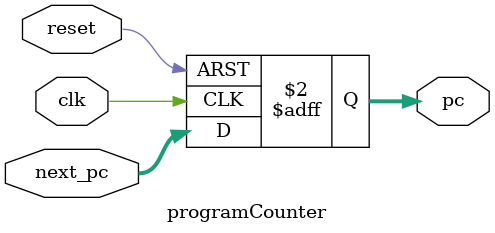
<source format=v>
`timescale 1ns / 1ps

module programCounter(
    input clk,
    input reset,
    input [15:0] next_pc,
    output reg [15:0] pc
    );
    always @(posedge clk or posedge reset) begin
        if (reset)
            pc <= 16'b0;
        else
            pc <= next_pc;
    end
endmodule

</source>
